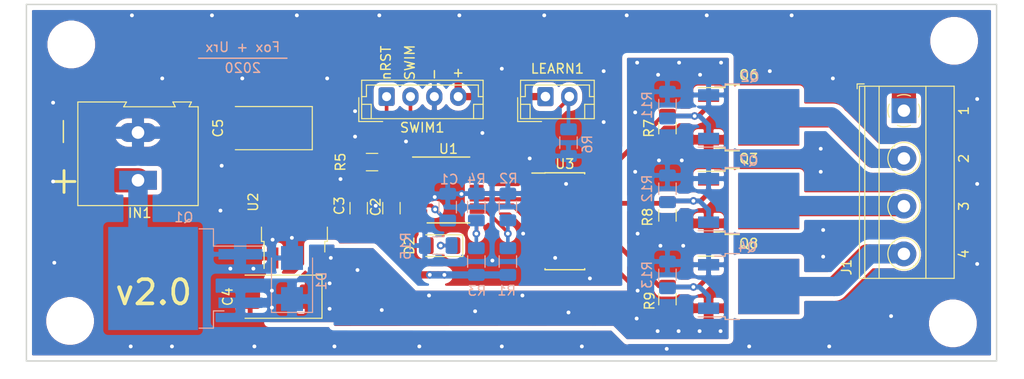
<source format=kicad_pcb>
(kicad_pcb (version 20171130) (host pcbnew "(5.1.4-0)")
  (layers (0 F.Cu signal) (31 B.Cu signal) (34 B.Paste user) (35 F.Paste user) (36 B.SilkS user) (37 F.SilkS user) (38 B.Mask user) (39 F.Mask user) (44 Edge.Cuts user))
  (net 0 "")
  (net 1 +12V)
  (net 2 lamp2_out)
  (net 3 lamp3_out)
  (net 4 lamp4_out)
  (net 5 GND)
  (net 6 CNT2)
  (net 7 +3V3)
  (net 8 NRST)
  (net 9 LEARN)
  (net 10 lamp2_ctrl)
  (net 11 lamp3_ctrl)
  (net 12 lamp4_ctrl)
  (net 13 CNT1)
  (net 14 "Net-(U1-Pad1)")
  (net 15 "Net-(U1-Pad2)")
  (net 16 "Net-(U1-Pad3)")
  (net 17 "Net-(U1-Pad5)")
  (net 18 "Net-(U1-Pad6)")
  (net 19 "Net-(C1-Pad2)")
  (net 20 L2_STM_OUT)
  (net 21 L3_STM_OUT)
  (net 22 L4_STM_OUT)
  (net 23 "Net-(U1-Pad17)")
  (net 24 SWIM)
  (net 25 "Net-(U1-Pad19)")
  (net 26 "Net-(U3-Pad10)")
  (net 27 "Net-(D2-Pad1)")
  (net 28 "Net-(D2-Pad2)")
  (net 29 "Net-(U1-Pad16)")
  (net 30 +BATT)
  (module MountingHole:MountingHole_4mm (layer F.Cu) (at 178.689 17.78)
    (fp_text reference REF** hide)
    (fp_text value MountingHole_4mm)
    (pad 1 np_thru_hole circle (at 0 0) (size 4 4) (drill 4) (layers *.Cu *.Mask))
  )
  (module MountingHole:MountingHole_4mm (layer F.Cu) (at 178.562 46.736)
    (fp_text reference REF** hide)
    (fp_text value MountingHole_4mm)
    (pad 1 np_thru_hole circle (at 0 0) (size 4 4) (drill 4) (layers *.Cu *.Mask))
  )
  (module MountingHole:MountingHole_4mm (layer F.Cu) (at 271.145 17.399)
    (fp_text reference REF** hide)
    (fp_text value MountingHole_4mm)
    (pad 1 np_thru_hole circle (at 0 0) (size 4 4) (drill 4) (layers *.Cu *.Mask))
  )
  (module MountingHole:MountingHole_4mm (layer F.Cu) (at 271.018 46.99)
    (fp_text reference REF** hide)
    (fp_text value MountingHole_4mm)
    (pad 1 np_thru_hole circle (at 0 0) (size 4 4) (drill 4) (layers *.Cu *.Mask))
  )
  (module TerminalBlock_Phoenix:TerminalBlock_Phoenix_MKDS-1,5-4_1x04_P5.00mm_Horizontal (layer F.Cu) (at 265.8872 24.7142 270)
    (fp_text reference J1 (at 16.3958 6.0072 270) (layer F.SilkS))
    (fp_text value Screw_Terminal_01x04)
    (pad 1 thru_hole rect (at 0 0 270) (size 2.6 2.6) (drill 1.3) (layers *.Cu *.Mask) (net 30 +BATT))
    (pad 2 thru_hole circle (at 5 0 270) (size 2.6 2.6) (drill 1.3) (layers *.Cu *.Mask) (net 2 lamp2_out))
    (pad 3 thru_hole circle (at 10 0 270) (size 2.6 2.6) (drill 1.3) (layers *.Cu *.Mask) (net 3 lamp3_out))
    (pad 4 thru_hole circle (at 15 0 270) (size 2.6 2.6) (drill 1.3) (layers *.Cu *.Mask) (net 4 lamp4_out))
  )
  (module Package_TO_SOT_SMD:TO-252-2 (layer B.Cu) (at 249.6312 25.3492)
    (fp_text reference Q2 (at 0.1188 -4.1692) (layer B.SilkS) (effects (justify mirror)))
    (fp_text value IRFR5505TRLPBF)
    (pad 1 smd rect (at -4.2 2.28) (size 2.2 1.2) (layers B.Cu B.Paste B.Mask) (net 10 lamp2_ctrl))
    (pad 3 smd rect (at -4.2 -2.28) (size 2.2 1.2) (layers B.Cu B.Paste B.Mask) (net 1 +12V))
    (pad 2 smd rect (at 2.1 0) (size 6.4 5.8) (layers B.Cu B.Mask) (net 2 lamp2_out))
  )
  (module LED_SMD:LED_1206_3216Metric (layer F.Cu) (at 217.41 38.85 180)
    (fp_text reference D2 (at 3.302 0 270) (layer F.SilkS))
    (fp_text value LED)
    (pad 1 smd roundrect (at -1.4 0 180) (size 1.25 1.75) (layers F.Cu F.Paste F.Mask) (roundrect_rratio 0.2) (net 27 "Net-(D2-Pad1)"))
    (pad 2 smd roundrect (at 1.4 0 180) (size 1.25 1.75) (layers F.Cu F.Paste F.Mask) (roundrect_rratio 0.2) (net 28 "Net-(D2-Pad2)"))
  )
  (module Resistor_SMD:R_1206_3216Metric (layer B.Cu) (at 217.115 38.839 180)
    (fp_text reference R15 (at 3.3994 -0.0484 90) (layer B.SilkS) (effects (justify mirror)))
    (fp_text value 68)
    (pad 1 smd roundrect (at -1.4 0 180) (size 1.25 1.75) (layers B.Cu B.Paste B.Mask) (roundrect_rratio 0.2) (net 27 "Net-(D2-Pad1)"))
    (pad 2 smd roundrect (at 1.4 0 180) (size 1.25 1.75) (layers B.Cu B.Paste B.Mask) (roundrect_rratio 0.2) (net 5 GND))
  )
  (module Package_TO_SOT_SMD:TO-263-2 (layer B.Cu) (at 190.627 42.291 180)
    (fp_text reference Q1 (at 0.157 6.401 180) (layer B.SilkS) (effects (justify mirror)))
    (fp_text value IRF4905)
    (pad 2 smd rect (at 3.375 0 180) (size 9.4 10.8) (layers B.Cu B.Mask) (net 30 +BATT))
    (pad 3 smd rect (at -5.775 -2.54 180) (size 4.6 1.1) (layers B.Cu B.Paste B.Mask) (net 1 +12V))
    (pad 1 smd rect (at -5.775 2.54 180) (size 4.6 1.1) (layers B.Cu B.Paste B.Mask) (net 5 GND))
  )
  (module Package_TO_SOT_SMD:TO-252-2 (layer F.Cu) (at 249.6312 25.4762)
    (fp_text reference Q6 (at 0 -4.5) (layer F.SilkS))
    (fp_text value 5505)
    (pad 1 smd rect (at -4.2 -2.28) (size 2.2 1.2) (layers F.Cu F.Paste F.Mask) (net 10 lamp2_ctrl))
    (pad 3 smd rect (at -4.2 2.28) (size 2.2 1.2) (layers F.Cu F.Paste F.Mask) (net 1 +12V))
    (pad 2 smd rect (at 2.1 0) (size 6.4 5.8) (layers F.Cu F.Mask) (net 2 lamp2_out))
  )
  (module Package_TO_SOT_SMD:TO-252-2 (layer F.Cu) (at 249.6312 43.1292)
    (fp_text reference Q8 (at 0 -4.5) (layer F.SilkS))
    (fp_text value 5505)
    (pad 2 smd rect (at 2.1 0) (size 6.4 5.8) (layers F.Cu F.Mask) (net 4 lamp4_out))
    (pad 3 smd rect (at -4.2 2.28) (size 2.2 1.2) (layers F.Cu F.Paste F.Mask) (net 1 +12V))
    (pad 1 smd rect (at -4.2 -2.28) (size 2.2 1.2) (layers F.Cu F.Paste F.Mask) (net 12 lamp4_ctrl))
  )
  (module Package_TO_SOT_SMD:TO-252-2 (layer B.Cu) (at 249.6312 34.1122)
    (fp_text reference Q7 (at 0.0088 -4.1522) (layer B.SilkS) (effects (justify mirror)))
    (fp_text value 5505)
    (pad 1 smd rect (at -4.2 2.28) (size 2.2 1.2) (layers B.Cu B.Paste B.Mask) (net 11 lamp3_ctrl))
    (pad 3 smd rect (at -4.2 -2.28) (size 2.2 1.2) (layers B.Cu B.Paste B.Mask) (net 1 +12V))
    (pad 2 smd rect (at 2.1 0) (size 6.4 5.8) (layers B.Cu B.Mask) (net 3 lamp3_out))
  )
  (module Package_TO_SOT_SMD:TO-252-2 (layer B.Cu) (at 249.6312 43.1292)
    (fp_text reference Q4 (at -0.1412 -4.1292) (layer B.SilkS) (effects (justify mirror)))
    (fp_text value 5505)
    (pad 1 smd rect (at -4.2 2.28) (size 2.2 1.2) (layers B.Cu B.Paste B.Mask) (net 12 lamp4_ctrl))
    (pad 3 smd rect (at -4.2 -2.28) (size 2.2 1.2) (layers B.Cu B.Paste B.Mask) (net 1 +12V))
    (pad 2 smd rect (at 2.1 0) (size 6.4 5.8) (layers B.Cu B.Mask) (net 4 lamp4_out))
  )
  (module Package_TO_SOT_SMD:TO-252-2 (layer F.Cu) (at 249.6312 34.2392)
    (fp_text reference Q3 (at 0 -4.5) (layer F.SilkS))
    (fp_text value 5505)
    (pad 2 smd rect (at 2.1 0) (size 6.4 5.8) (layers F.Cu F.Mask) (net 3 lamp3_out))
    (pad 3 smd rect (at -4.2 2.28) (size 2.2 1.2) (layers F.Cu F.Paste F.Mask) (net 1 +12V))
    (pad 1 smd rect (at -4.2 -2.28) (size 2.2 1.2) (layers F.Cu F.Paste F.Mask) (net 11 lamp3_ctrl))
  )
  (module Capacitor_SMD:C_1206_3216Metric (layer B.Cu) (at 218.11 34.82 270)
    (fp_text reference C1 (at -2.9 -0.15) (layer B.SilkS) (effects (justify mirror)))
    (fp_text value 1uF)
    (pad 1 smd roundrect (at -1.4 0 270) (size 1.25 1.75) (layers B.Cu B.Paste B.Mask) (roundrect_rratio 0.2) (net 5 GND))
    (pad 2 smd roundrect (at 1.4 0 270) (size 1.25 1.75) (layers B.Cu B.Paste B.Mask) (roundrect_rratio 0.2) (net 19 "Net-(C1-Pad2)"))
  )
  (module Capacitor_SMD:C_1206_3216Metric (layer F.Cu) (at 212.217 34.925 270)
    (fp_text reference C2 (at -0.127 1.651 90) (layer F.SilkS))
    (fp_text value 0.1uF)
    (pad 2 smd roundrect (at 1.4 0 270) (size 1.25 1.75) (layers F.Cu F.Paste F.Mask) (roundrect_rratio 0.2) (net 7 +3V3))
    (pad 1 smd roundrect (at -1.4 0 270) (size 1.25 1.75) (layers F.Cu F.Paste F.Mask) (roundrect_rratio 0.2) (net 5 GND))
  )
  (module Capacitor_SMD:C_1206_3216Metric (layer F.Cu) (at 208.788 34.925 270)
    (fp_text reference C3 (at -0.254 2.032 90) (layer F.SilkS))
    (fp_text value 1uF)
    (pad 1 smd roundrect (at -1.4 0 270) (size 1.25 1.75) (layers F.Cu F.Paste F.Mask) (roundrect_rratio 0.2) (net 5 GND))
    (pad 2 smd roundrect (at 1.4 0 270) (size 1.25 1.75) (layers F.Cu F.Paste F.Mask) (roundrect_rratio 0.2) (net 7 +3V3))
  )
  (module Capacitor_Tantalum_SMD:CP_EIA-7343-15_Kemet-W (layer F.Cu) (at 200.533 44.196 180)
    (fp_text reference C4 (at 5.461 0 270) (layer F.SilkS))
    (fp_text value 1uF)
    (pad 1 smd roundrect (at -3.1125 0 180) (size 2.075 2.55) (layers F.Cu F.Paste F.Mask) (roundrect_rratio 0.120482) (net 1 +12V))
    (pad 2 smd roundrect (at 3.1125 0 180) (size 2.075 2.55) (layers F.Cu F.Paste F.Mask) (roundrect_rratio 0.120482) (net 5 GND))
  )
  (module Capacitor_Tantalum_SMD:CP_EIA-7343-15_Kemet-W (layer F.Cu) (at 199.517 26.543 180)
    (fp_text reference C5 (at 5.461 0 90) (layer F.SilkS))
    (fp_text value 10uF)
    (pad 2 smd roundrect (at 3.1125 0 180) (size 2.075 2.55) (layers F.Cu F.Paste F.Mask) (roundrect_rratio 0.120482) (net 5 GND))
    (pad 1 smd roundrect (at -3.1125 0 180) (size 2.075 2.55) (layers F.Cu F.Paste F.Mask) (roundrect_rratio 0.120482) (net 7 +3V3))
  )
  (module Connector_JST:JST_EH_B02B-EH-A_1x02_P2.50mm_Vertical (layer F.Cu) (at 228.346 23.241)
    (fp_text reference LEARN1 (at 1.25 -2.921) (layer F.SilkS))
    (fp_text value Conn_01x02_Male)
    (pad 1 thru_hole roundrect (at 0 0) (size 1.7 2) (drill 1) (layers *.Cu *.Mask) (roundrect_rratio 0.147059) (net 7 +3V3))
    (pad 2 thru_hole oval (at 2.5 0) (size 1.7 2) (drill 1) (layers *.Cu *.Mask) (net 9 LEARN))
  )
  (module Connector_JST:JST_EH_B04B-EH-A_1x04_P2.50mm_Vertical (layer F.Cu) (at 211.709 23.241)
    (fp_text reference SWIM1 (at 3.7338 3.2512) (layer F.SilkS))
    (fp_text value Conn_01x04_Male)
    (pad 1 thru_hole roundrect (at 0 0) (size 1.7 1.95) (drill 0.95) (layers *.Cu *.Mask) (roundrect_rratio 0.147059) (net 8 NRST))
    (pad 2 thru_hole oval (at 2.5 0) (size 1.7 1.95) (drill 0.95) (layers *.Cu *.Mask) (net 24 SWIM))
    (pad 3 thru_hole oval (at 5 0) (size 1.7 1.95) (drill 0.95) (layers *.Cu *.Mask) (net 5 GND))
    (pad 4 thru_hole oval (at 7.5 0) (size 1.7 1.95) (drill 0.95) (layers *.Cu *.Mask) (net 7 +3V3))
  )
  (module Diode_SMD:D_SMB (layer B.Cu) (at 201.803 42.291 90)
    (fp_text reference D1 (at -0.259 3.087 270) (layer B.SilkS) (effects (justify mirror)))
    (fp_text value SMBJ15A)
    (pad 1 smd rect (at -2.15 0 90) (size 2.5 2.3) (layers B.Cu B.Paste B.Mask) (net 1 +12V))
    (pad 2 smd rect (at 2.15 0 90) (size 2.5 2.3) (layers B.Cu B.Paste B.Mask) (net 5 GND))
  )
  (module Package_SO:SOIC-16_3.9x9.9mm_P1.27mm (layer F.Cu) (at 230.378 36.2966)
    (fp_text reference U3 (at 0 -6) (layer F.SilkS))
    (fp_text value ULN2003A)
    (pad 1 smd rect (at -2.7 -4.445) (size 1.5 0.6) (layers F.Cu F.Paste F.Mask) (net 22 L4_STM_OUT))
    (pad 2 smd rect (at -2.7 -3.175) (size 1.5 0.6) (layers F.Cu F.Paste F.Mask) (net 22 L4_STM_OUT))
    (pad 3 smd rect (at -2.7 -1.905) (size 1.5 0.6) (layers F.Cu F.Paste F.Mask) (net 21 L3_STM_OUT))
    (pad 4 smd rect (at -2.7 -0.635) (size 1.5 0.6) (layers F.Cu F.Paste F.Mask) (net 21 L3_STM_OUT))
    (pad 5 smd rect (at -2.7 0.635) (size 1.5 0.6) (layers F.Cu F.Paste F.Mask) (net 20 L2_STM_OUT))
    (pad 6 smd rect (at -2.7 1.905) (size 1.5 0.6) (layers F.Cu F.Paste F.Mask) (net 20 L2_STM_OUT))
    (pad 7 smd rect (at -2.7 3.175) (size 1.5 0.6) (layers F.Cu F.Paste F.Mask) (net 5 GND))
    (pad 8 smd rect (at -2.7 4.445) (size 1.5 0.6) (layers F.Cu F.Paste F.Mask) (net 5 GND))
    (pad 9 smd rect (at 2.7 4.445) (size 1.5 0.6) (layers F.Cu F.Paste F.Mask) (net 1 +12V))
    (pad 10 smd rect (at 2.7 3.175) (size 1.5 0.6) (layers F.Cu F.Paste F.Mask) (net 26 "Net-(U3-Pad10)"))
    (pad 11 smd rect (at 2.7 1.905) (size 1.5 0.6) (layers F.Cu F.Paste F.Mask) (net 12 lamp4_ctrl))
    (pad 12 smd rect (at 2.7 0.635) (size 1.5 0.6) (layers F.Cu F.Paste F.Mask) (net 12 lamp4_ctrl))
    (pad 13 smd rect (at 2.7 -0.635) (size 1.5 0.6) (layers F.Cu F.Paste F.Mask) (net 11 lamp3_ctrl))
    (pad 14 smd rect (at 2.7 -1.905) (size 1.5 0.6) (layers F.Cu F.Paste F.Mask) (net 11 lamp3_ctrl))
    (pad 15 smd rect (at 2.7 -3.175) (size 1.5 0.6) (layers F.Cu F.Paste F.Mask) (net 10 lamp2_ctrl))
    (pad 16 smd rect (at 2.7 -4.445) (size 1.5 0.6) (layers F.Cu F.Paste F.Mask) (net 10 lamp2_ctrl))
  )
  (module Package_SO:TSSOP-20_4.4x6.5mm_P0.65mm (layer F.Cu) (at 218.186 33.02)
    (fp_text reference U1 (at 0 -4.3) (layer F.SilkS))
    (fp_text value STM8S003F3P)
    (pad 1 smd rect (at -2.95 -2.925) (size 1.45 0.45) (layers F.Cu F.Paste F.Mask) (net 14 "Net-(U1-Pad1)"))
    (pad 2 smd rect (at -2.95 -2.275) (size 1.45 0.45) (layers F.Cu F.Paste F.Mask) (net 15 "Net-(U1-Pad2)"))
    (pad 3 smd rect (at -2.95 -1.625) (size 1.45 0.45) (layers F.Cu F.Paste F.Mask) (net 16 "Net-(U1-Pad3)"))
    (pad 4 smd rect (at -2.95 -0.975) (size 1.45 0.45) (layers F.Cu F.Paste F.Mask) (net 8 NRST))
    (pad 5 smd rect (at -2.95 -0.325) (size 1.45 0.45) (layers F.Cu F.Paste F.Mask) (net 17 "Net-(U1-Pad5)"))
    (pad 6 smd rect (at -2.95 0.325) (size 1.45 0.45) (layers F.Cu F.Paste F.Mask) (net 18 "Net-(U1-Pad6)"))
    (pad 7 smd rect (at -2.95 0.975) (size 1.45 0.45) (layers F.Cu F.Paste F.Mask) (net 5 GND))
    (pad 8 smd rect (at -2.95 1.625) (size 1.45 0.45) (layers F.Cu F.Paste F.Mask) (net 19 "Net-(C1-Pad2)"))
    (pad 9 smd rect (at -2.95 2.275) (size 1.45 0.45) (layers F.Cu F.Paste F.Mask) (net 7 +3V3))
    (pad 10 smd rect (at -2.95 2.925) (size 1.45 0.45) (layers F.Cu F.Paste F.Mask) (net 28 "Net-(D2-Pad2)"))
    (pad 11 smd rect (at 2.95 2.925) (size 1.45 0.45) (layers F.Cu F.Paste F.Mask) (net 6 CNT2))
    (pad 12 smd rect (at 2.95 2.275) (size 1.45 0.45) (layers F.Cu F.Paste F.Mask) (net 13 CNT1))
    (pad 13 smd rect (at 2.95 1.625) (size 1.45 0.45) (layers F.Cu F.Paste F.Mask) (net 20 L2_STM_OUT))
    (pad 14 smd rect (at 2.95 0.975) (size 1.45 0.45) (layers F.Cu F.Paste F.Mask) (net 21 L3_STM_OUT))
    (pad 15 smd rect (at 2.95 0.325) (size 1.45 0.45) (layers F.Cu F.Paste F.Mask) (net 22 L4_STM_OUT))
    (pad 16 smd rect (at 2.95 -0.325) (size 1.45 0.45) (layers F.Cu F.Paste F.Mask) (net 29 "Net-(U1-Pad16)"))
    (pad 17 smd rect (at 2.95 -0.975) (size 1.45 0.45) (layers F.Cu F.Paste F.Mask) (net 23 "Net-(U1-Pad17)"))
    (pad 18 smd rect (at 2.95 -1.625) (size 1.45 0.45) (layers F.Cu F.Paste F.Mask) (net 24 SWIM))
    (pad 19 smd rect (at 2.95 -2.275) (size 1.45 0.45) (layers F.Cu F.Paste F.Mask) (net 25 "Net-(U1-Pad19)"))
    (pad 20 smd rect (at 2.95 -2.925) (size 1.45 0.45) (layers F.Cu F.Paste F.Mask) (net 9 LEARN))
  )
  (module Package_TO_SOT_SMD:TO-252-2 (layer F.Cu) (at 202.057 35.941 90)
    (fp_text reference U2 (at 1.651 -4.318 90) (layer F.SilkS))
    (fp_text value LM1117-3.3)
    (pad 1 smd rect (at -4.2 -2.28 90) (size 2.2 1.2) (layers F.Cu F.Paste F.Mask) (net 5 GND))
    (pad 3 smd rect (at -4.2 2.28 90) (size 2.2 1.2) (layers F.Cu F.Paste F.Mask) (net 1 +12V))
    (pad 2 smd rect (at 2.1 0 90) (size 6.4 5.8) (layers F.Cu F.Mask) (net 7 +3V3))
  )
  (module Resistor_SMD:R_1206_3216Metric (layer B.Cu) (at 224.409 34.798 270)
    (fp_text reference R2 (at -2.968 -0.051) (layer B.SilkS) (effects (justify mirror)))
    (fp_text value 1K)
    (pad 2 smd roundrect (at 1.4 0 270) (size 1.25 1.75) (layers B.Cu B.Paste B.Mask) (roundrect_rratio 0.2) (net 13 CNT1))
    (pad 1 smd roundrect (at -1.4 0 270) (size 1.25 1.75) (layers B.Cu B.Paste B.Mask) (roundrect_rratio 0.2) (net 5 GND))
  )
  (module Resistor_SMD:R_1206_3216Metric (layer B.Cu) (at 241.1222 41.91 90)
    (fp_text reference R13 (at 0 -2.1336 90) (layer B.SilkS) (effects (justify mirror)))
    (fp_text value 1K)
    (pad 2 smd roundrect (at 1.4 0 90) (size 1.25 1.75) (layers B.Cu B.Paste B.Mask) (roundrect_rratio 0.2) (net 1 +12V))
    (pad 1 smd roundrect (at -1.4 0 90) (size 1.25 1.75) (layers B.Cu B.Paste B.Mask) (roundrect_rratio 0.2) (net 12 lamp4_ctrl))
  )
  (module Resistor_SMD:R_1206_3216Metric (layer B.Cu) (at 241.1222 32.893 90)
    (fp_text reference R12 (at 0.0254 -2.1336 90) (layer B.SilkS) (effects (justify mirror)))
    (fp_text value 1K)
    (pad 1 smd roundrect (at -1.4 0 90) (size 1.25 1.75) (layers B.Cu B.Paste B.Mask) (roundrect_rratio 0.2) (net 11 lamp3_ctrl))
    (pad 2 smd roundrect (at 1.4 0 90) (size 1.25 1.75) (layers B.Cu B.Paste B.Mask) (roundrect_rratio 0.2) (net 1 +12V))
  )
  (module Resistor_SMD:R_1206_3216Metric (layer B.Cu) (at 241.1222 24.13 90)
    (fp_text reference R11 (at 0 -2.1336 90) (layer B.SilkS) (effects (justify mirror)))
    (fp_text value 1K)
    (pad 2 smd roundrect (at 1.4 0 90) (size 1.25 1.75) (layers B.Cu B.Paste B.Mask) (roundrect_rratio 0.2) (net 1 +12V))
    (pad 1 smd roundrect (at -1.4 0 90) (size 1.25 1.75) (layers B.Cu B.Paste B.Mask) (roundrect_rratio 0.2) (net 10 lamp2_ctrl))
  )
  (module Resistor_SMD:R_1206_3216Metric (layer B.Cu) (at 224.409 40.513 270)
    (fp_text reference R1 (at 3.048 0.127) (layer B.SilkS) (effects (justify mirror)))
    (fp_text value 1K)
    (pad 1 smd roundrect (at -1.4 0 270) (size 1.25 1.75) (layers B.Cu B.Paste B.Mask) (roundrect_rratio 0.2) (net 13 CNT1))
    (pad 2 smd roundrect (at 1.4 0 270) (size 1.25 1.75) (layers B.Cu B.Paste B.Mask) (roundrect_rratio 0.2) (net 7 +3V3))
  )
  (module Resistor_SMD:R_1206_3216Metric (layer F.Cu) (at 241.1222 44.45 270)
    (fp_text reference R9 (at 0.19 1.8722 270) (layer F.SilkS))
    (fp_text value 1K)
    (pad 1 smd roundrect (at -1.4 0 270) (size 1.25 1.75) (layers F.Cu F.Paste F.Mask) (roundrect_rratio 0.2) (net 12 lamp4_ctrl))
    (pad 2 smd roundrect (at 1.4 0 270) (size 1.25 1.75) (layers F.Cu F.Paste F.Mask) (roundrect_rratio 0.2) (net 1 +12V))
  )
  (module Resistor_SMD:R_1206_3216Metric (layer F.Cu) (at 241.1222 35.687 270)
    (fp_text reference R8 (at 0.173 2.0822 270) (layer F.SilkS))
    (fp_text value 1K)
    (pad 2 smd roundrect (at 1.4 0 270) (size 1.25 1.75) (layers F.Cu F.Paste F.Mask) (roundrect_rratio 0.2) (net 1 +12V))
    (pad 1 smd roundrect (at -1.4 0 270) (size 1.25 1.75) (layers F.Cu F.Paste F.Mask) (roundrect_rratio 0.2) (net 11 lamp3_ctrl))
  )
  (module Resistor_SMD:R_1206_3216Metric (layer F.Cu) (at 241.1222 26.543 270)
    (fp_text reference R7 (at 0.017 1.9322 270) (layer F.SilkS))
    (fp_text value 1K)
    (pad 1 smd roundrect (at -1.4 0 270) (size 1.25 1.75) (layers F.Cu F.Paste F.Mask) (roundrect_rratio 0.2) (net 10 lamp2_ctrl))
    (pad 2 smd roundrect (at 1.4 0 270) (size 1.25 1.75) (layers F.Cu F.Paste F.Mask) (roundrect_rratio 0.2) (net 1 +12V))
  )
  (module Resistor_SMD:R_1206_3216Metric (layer B.Cu) (at 230.759 28.064 90)
    (fp_text reference R6 (at -0.166 1.971 270) (layer B.SilkS) (effects (justify mirror)))
    (fp_text value 1K)
    (pad 2 smd roundrect (at 1.4 0 90) (size 1.25 1.75) (layers B.Cu B.Paste B.Mask) (roundrect_rratio 0.2) (net 9 LEARN))
    (pad 1 smd roundrect (at -1.4 0 90) (size 1.25 1.75) (layers B.Cu B.Paste B.Mask) (roundrect_rratio 0.2) (net 5 GND))
  )
  (module Resistor_SMD:R_1206_3216Metric (layer F.Cu) (at 210.185 30.099 180)
    (fp_text reference R5 (at 3.302 0 90) (layer F.SilkS))
    (fp_text value 1K)
    (pad 1 smd roundrect (at -1.4 0 180) (size 1.25 1.75) (layers F.Cu F.Paste F.Mask) (roundrect_rratio 0.2) (net 8 NRST))
    (pad 2 smd roundrect (at 1.4 0 180) (size 1.25 1.75) (layers F.Cu F.Paste F.Mask) (roundrect_rratio 0.2) (net 7 +3V3))
  )
  (module Resistor_SMD:R_1206_3216Metric (layer B.Cu) (at 221.107 34.798 270)
    (fp_text reference R4 (at -2.928 -0.013) (layer B.SilkS) (effects (justify mirror)))
    (fp_text value 1K)
    (pad 2 smd roundrect (at 1.4 0 270) (size 1.25 1.75) (layers B.Cu B.Paste B.Mask) (roundrect_rratio 0.2) (net 6 CNT2))
    (pad 1 smd roundrect (at -1.4 0 270) (size 1.25 1.75) (layers B.Cu B.Paste B.Mask) (roundrect_rratio 0.2) (net 5 GND))
  )
  (module Resistor_SMD:R_1206_3216Metric (layer B.Cu) (at 221.107 40.513 270)
    (fp_text reference R3 (at 3.067 -0.063 180) (layer B.SilkS) (effects (justify mirror)))
    (fp_text value 1K)
    (pad 1 smd roundrect (at -1.4 0 270) (size 1.25 1.75) (layers B.Cu B.Paste B.Mask) (roundrect_rratio 0.2) (net 6 CNT2))
    (pad 2 smd roundrect (at 1.4 0 270) (size 1.25 1.75) (layers B.Cu B.Paste B.Mask) (roundrect_rratio 0.2) (net 7 +3V3))
  )
  (module TerminalBlock:TerminalBlock_Altech_AK300-2_P5.00mm (layer F.Cu) (at 185.674 32.004 90)
    (fp_text reference IN1 (at -3.429 0.1778 180) (layer F.SilkS))
    (fp_text value Screw_Terminal_01x02)
    (pad 1 thru_hole rect (at 0 0 90) (size 1.98 3.96) (drill 1.32) (layers *.Cu *.Mask) (net 30 +BATT))
    (pad 2 thru_hole oval (at 5 0 90) (size 1.98 3.96) (drill 1.32) (layers *.Cu *.Mask) (net 5 GND))
  )
  (gr_text 2020 (at 196.6468 20.2438) (layer B.SilkS) (effects (font (size 1 1)) (justify mirror)))
  (gr_line (start 192.024 19.2191) (end 201.2696 19.2191) (layer B.SilkS) (width 0.15))
  (gr_text "Fox + Urx" (at 196.6468 18.0594) (layer B.SilkS) (effects (font (size 1 1)) (justify mirror)))
  (gr_text nRST (at 211.6415 19.7104 90) (layer F.SilkS) (effects (font (size 1 1))))
  (gr_text SWIM (at 214.1415 19.662781 90) (layer F.SilkS) (effects (font (size 1 1))))
  (gr_text - (at 216.6415 20.900877 90) (layer F.SilkS) (effects (font (size 1 1))))
  (gr_text + (at 219.209 20.702424) (layer F.SilkS) (effects (font (size 1 1))))
  (gr_text 4 (at 272.161 39.714201 90) (layer F.SilkS) (effects (font (size 1 1))))
  (gr_text 3 (at 272.161 34.714201 90) (layer F.SilkS) (effects (font (size 1 1))))
  (gr_text 2 (at 272.161 29.714201 90) (layer F.SilkS) (effects (font (size 1 1))))
  (gr_text 1 (at 272.161 24.714201 90) (layer F.SilkS) (effects (font (size 1 1))))
  (gr_text - (at 177.6222 26.8986 90) (layer F.SilkS) (effects (font (size 3 3))))
  (gr_text + (at 177.927 31.9024) (layer F.SilkS) (effects (font (size 3 3) (thickness 0.3)) (justify mirror)))
  (gr_text "v2.0\n" (at 187.31 43.74) (layer F.SilkS) (effects (font (size 2.54 2.54) (thickness 0.381))))
  (gr_line (start 275.59 50.927) (end 173.99 50.927) (layer Edge.Cuts) (width 0.15))
  (gr_line (start 173.99 13.589) (end 173.99 50.927) (layer Edge.Cuts) (width 0.15))
  (gr_line (start 275.59 13.589) (end 173.99 13.589) (layer Edge.Cuts) (width 0.15))
  (gr_line (start 275.59 13.589) (end 275.59 50.927) (layer Edge.Cuts) (width 0.15))
  (via (at 230.759 45.847) (size 0.8) (drill 0.4) (layers F.Cu B.Cu) (net 1))
  (via (at 220.98 45.72) (size 0.8) (drill 0.4) (layers F.Cu B.Cu) (net 1))
  (via (at 225.933 44.069) (size 0.8) (drill 0.4) (layers F.Cu B.Cu) (net 1))
  (via (at 237.998 43.561) (size 0.8) (drill 0.4) (layers F.Cu B.Cu) (net 1))
  (segment (start 245.4222 23.0602) (end 245.4312 23.0692) (width 0.5) (layer B.Cu) (net 1))
  (segment (start 241.1222 23.0602) (end 245.4222 23.0602) (width 0.5) (layer B.Cu) (net 1))
  (segment (start 245.4222 31.8232) (end 245.4312 31.8322) (width 0.5) (layer B.Cu) (net 1))
  (segment (start 241.1222 31.8232) (end 245.4222 31.8232) (width 0.5) (layer B.Cu) (net 1))
  (segment (start 245.4222 40.8402) (end 245.4312 40.8492) (width 0.5) (layer B.Cu) (net 1))
  (segment (start 241.1222 40.8402) (end 245.4222 40.8402) (width 0.5) (layer B.Cu) (net 1))
  (via (at 237.9472 19.685) (size 0.8) (drill 0.4) (layers F.Cu B.Cu) (net 1))
  (via (at 240.1443 20.955) (size 0.8) (drill 0.4) (layers F.Cu B.Cu) (net 1))
  (via (at 242.3414 19.685) (size 0.8) (drill 0.4) (layers F.Cu B.Cu) (net 1))
  (via (at 244.5385 20.955) (size 0.8) (drill 0.4) (layers F.Cu B.Cu) (net 1))
  (via (at 246.7356 19.685) (size 0.8) (drill 0.4) (layers F.Cu B.Cu) (net 1))
  (via (at 237.744 31.115) (size 0.8) (drill 0.4) (layers F.Cu B.Cu) (net 1))
  (via (at 240.2332 29.9212) (size 0.8) (drill 0.4) (layers F.Cu B.Cu) (net 1))
  (via (at 242.6208 29.9212) (size 0.8) (drill 0.4) (layers F.Cu B.Cu) (net 1))
  (via (at 240.3856 38.862) (size 0.8) (drill 0.4) (layers F.Cu B.Cu) (net 1))
  (via (at 237.998 37.592) (size 0.8) (drill 0.4) (layers F.Cu B.Cu) (net 1))
  (via (at 242.7732 38.862) (size 0.8) (drill 0.4) (layers F.Cu B.Cu) (net 1))
  (via (at 242.2906 47.8028) (size 0.8) (drill 0.4) (layers F.Cu B.Cu) (net 1))
  (via (at 244.4877 47.8028) (size 0.8) (drill 0.4) (layers F.Cu B.Cu) (net 1))
  (via (at 240.0935 47.8028) (size 0.8) (drill 0.4) (layers F.Cu B.Cu) (net 1))
  (via (at 246.6848 47.8028) (size 0.8) (drill 0.4) (layers F.Cu B.Cu) (net 1))
  (via (at 237.8964 46.482) (size 0.8) (drill 0.4) (layers F.Cu B.Cu) (net 1))
  (via (at 205.867 40.132) (size 0.8) (drill 0.4) (layers F.Cu B.Cu) (net 1))
  (via (at 199.698 43.561) (size 0.8) (drill 0.4) (layers F.Cu B.Cu) (net 1))
  (via (at 199.698 45.339) (size 0.8) (drill 0.4) (layers F.Cu B.Cu) (net 1))
  (via (at 205.74 45.466) (size 0.8) (drill 0.4) (layers F.Cu B.Cu) (net 1))
  (via (at 205.74 42.799) (size 0.8) (drill 0.4) (layers F.Cu B.Cu) (net 1))
  (segment (start 235.1786 40.7416) (end 237.998 43.561) (width 0.4572) (layer F.Cu) (net 1))
  (segment (start 233.078 40.7416) (end 235.1786 40.7416) (width 0.4572) (layer F.Cu) (net 1))
  (via (at 211.201 45.593) (size 0.8) (drill 0.4) (layers F.Cu B.Cu) (net 1))
  (via (at 216.154 44.069) (size 0.8) (drill 0.4) (layers F.Cu B.Cu) (net 1))
  (via (at 208.661 41.402) (size 0.8) (drill 0.4) (layers F.Cu B.Cu) (net 1))
  (via (at 237.744 24.892) (size 0.8) (drill 0.4) (layers F.Cu B.Cu) (net 1))
  (segment (start 262.6576 29.7142) (end 265.8872 29.7142) (width 2) (layer F.Cu) (net 2))
  (segment (start 258.9276 25.9842) (end 262.6576 29.7142) (width 2) (layer F.Cu) (net 2))
  (segment (start 251.7312 25.4762) (end 258.4196 25.4762) (width 2) (layer F.Cu) (net 2))
  (segment (start 251.7312 25.3492) (end 258.2926 25.3492) (width 2) (layer B.Cu) (net 2))
  (segment (start 262.7084 29.7142) (end 265.8872 29.7142) (width 2) (layer B.Cu) (net 2))
  (segment (start 258.4196 25.4762) (end 258.4704 25.4762) (width 2) (layer B.Cu) (net 2))
  (segment (start 258.4704 25.4762) (end 262.7084 29.7142) (width 2) (layer B.Cu) (net 2))
  (segment (start 265.8542 34.7472) (end 265.8872 34.7142) (width 2) (layer F.Cu) (net 3))
  (segment (start 251.3612 34.7692) (end 265.8652 34.7692) (width 2) (layer F.Cu) (net 3))
  (segment (start 265.7932 34.6202) (end 265.8872 34.7142) (width 2) (layer B.Cu) (net 3))
  (segment (start 251.3612 34.6422) (end 265.8042 34.6422) (width 2) (layer B.Cu) (net 3))
  (segment (start 251.7312 43.1292) (end 258.572 43.1292) (width 2) (layer F.Cu) (net 4))
  (segment (start 251.7312 43.1292) (end 258.7752 43.1292) (width 2) (layer B.Cu) (net 4))
  (segment (start 261.987 39.7142) (end 265.8872 39.7142) (width 2) (layer F.Cu) (net 4))
  (segment (start 258.572 43.1292) (end 261.987 39.7142) (width 2) (layer F.Cu) (net 4))
  (segment (start 262.3172 39.7142) (end 265.8872 39.7142) (width 2) (layer B.Cu) (net 4))
  (segment (start 258.572 43.1292) (end 258.9022 43.1292) (width 2) (layer B.Cu) (net 4))
  (segment (start 258.9022 43.1292) (end 262.3172 39.7142) (width 2) (layer B.Cu) (net 4))
  (via (at 206.248 49.403) (size 0.8) (drill 0.4) (layers F.Cu B.Cu) (net 5))
  (via (at 197.866 49.403) (size 0.8) (drill 0.4) (layers F.Cu B.Cu) (net 5))
  (via (at 215.138 49.403) (size 0.8) (drill 0.4) (layers F.Cu B.Cu) (net 5))
  (via (at 223.774 49.403) (size 0.8) (drill 0.4) (layers F.Cu B.Cu) (net 5))
  (via (at 232.156 49.403) (size 0.8) (drill 0.4) (layers F.Cu B.Cu) (net 5))
  (via (at 241.046 49.657) (size 0.8) (drill 0.4) (layers F.Cu B.Cu) (net 5))
  (via (at 249.682 49.403) (size 0.8) (drill 0.4) (layers F.Cu B.Cu) (net 5))
  (via (at 258.064 49.403) (size 0.8) (drill 0.4) (layers F.Cu B.Cu) (net 5))
  (via (at 273.558 40.767) (size 0.8) (drill 0.4) (layers F.Cu B.Cu) (net 5))
  (via (at 273.558 23.495) (size 0.8) (drill 0.4) (layers F.Cu B.Cu) (net 5))
  (via (at 273.558 32.385) (size 0.8) (drill 0.4) (layers F.Cu B.Cu) (net 5))
  (via (at 185.039 14.732) (size 0.8) (drill 0.4) (layers F.Cu B.Cu) (net 5))
  (via (at 202.311 14.732) (size 0.8) (drill 0.4) (layers F.Cu B.Cu) (net 5))
  (via (at 193.421 14.732) (size 0.8) (drill 0.4) (layers F.Cu B.Cu) (net 5))
  (via (at 210.947 14.732) (size 0.8) (drill 0.4) (layers F.Cu B.Cu) (net 5))
  (via (at 228.219 14.732) (size 0.8) (drill 0.4) (layers F.Cu B.Cu) (net 5))
  (via (at 219.329 14.732) (size 0.8) (drill 0.4) (layers F.Cu B.Cu) (net 5))
  (via (at 236.855 14.732) (size 0.8) (drill 0.4) (layers F.Cu B.Cu) (net 5))
  (via (at 254.127 14.732) (size 0.8) (drill 0.4) (layers F.Cu B.Cu) (net 5))
  (via (at 245.237 14.732) (size 0.8) (drill 0.4) (layers F.Cu B.Cu) (net 5))
  (via (at 188.214 21.336) (size 0.8) (drill 0.4) (layers F.Cu B.Cu) (net 5))
  (via (at 205.486 21.336) (size 0.8) (drill 0.4) (layers F.Cu B.Cu) (net 5))
  (via (at 196.596 21.336) (size 0.8) (drill 0.4) (layers F.Cu B.Cu) (net 5))
  (segment (start 227.678 39.4716) (end 227.678 40.7416) (width 0.4318) (layer F.Cu) (net 5))
  (segment (start 208.788 33.525) (end 212.217 33.525) (width 0.381) (layer F.Cu) (net 5))
  (segment (start 213.23 33.525) (end 212.217 33.525) (width 0.381) (layer F.Cu) (net 5))
  (segment (start 215.236 33.995) (end 213.7 33.995) (width 0.381) (layer F.Cu) (net 5))
  (segment (start 213.7 33.995) (end 213.23 33.525) (width 0.381) (layer F.Cu) (net 5))
  (via (at 195.346 41.258) (size 0.8) (drill 0.4) (layers F.Cu B.Cu) (net 5))
  (via (at 197.759 41.258) (size 0.8) (drill 0.4) (layers F.Cu B.Cu) (net 5))
  (via (at 199.771 38.227) (size 0.8) (drill 0.4) (layers F.Cu B.Cu) (net 5))
  (via (at 201.79 38.03) (size 0.8) (drill 0.4) (layers F.Cu B.Cu) (net 5))
  (via (at 229.362 40.132) (size 0.8) (drill 0.4) (layers F.Cu B.Cu) (net 5))
  (via (at 210.566 34.671) (size 0.8) (drill 0.4) (layers F.Cu B.Cu) (net 5))
  (via (at 184.912 49.403) (size 0.8) (drill 0.4) (layers F.Cu B.Cu) (net 5))
  (via (at 189.23 49.403) (size 0.8) (drill 0.4) (layers F.Cu B.Cu) (net 5))
  (via (at 226.695 29.718) (size 0.8) (drill 0.4) (layers F.Cu B.Cu) (net 5))
  (via (at 221.742 27.051) (size 0.8) (drill 0.4) (layers F.Cu B.Cu) (net 5))
  (via (at 257.175 28.702) (size 0.8) (drill 0.4) (layers F.Cu B.Cu) (net 5))
  (via (at 257.175 31.115) (size 0.8) (drill 0.4) (layers F.Cu B.Cu) (net 5))
  (via (at 257.429 37.211) (size 0.8) (drill 0.4) (layers F.Cu B.Cu) (net 5))
  (via (at 257.429 40.005) (size 0.8) (drill 0.4) (layers F.Cu B.Cu) (net 5))
  (via (at 251.841 20.574) (size 0.8) (drill 0.4) (layers F.Cu B.Cu) (net 5))
  (via (at 258.445 21.336) (size 0.8) (drill 0.4) (layers F.Cu B.Cu) (net 5))
  (via (at 264.541 46.228) (size 0.8) (drill 0.4) (layers F.Cu B.Cu) (net 5))
  (via (at 176.784 23.876) (size 0.8) (drill 0.4) (layers F.Cu B.Cu) (net 5))
  (via (at 176.784 32.131) (size 0.8) (drill 0.4) (layers F.Cu B.Cu) (net 5))
  (via (at 176.911 40.64) (size 0.8) (drill 0.4) (layers F.Cu B.Cu) (net 5))
  (via (at 194.437 30.48) (size 0.8) (drill 0.4) (layers F.Cu B.Cu) (net 5))
  (via (at 194.31 35.179) (size 0.8) (drill 0.4) (layers F.Cu B.Cu) (net 5))
  (via (at 230.505 32.385) (size 0.8) (drill 0.4) (layers F.Cu B.Cu) (net 5))
  (via (at 234.442 25.908) (size 0.8) (drill 0.4) (layers F.Cu B.Cu) (net 5))
  (via (at 234.442 20.574) (size 0.8) (drill 0.4) (layers F.Cu B.Cu) (net 5))
  (via (at 223.774 20.32) (size 0.8) (drill 0.4) (layers F.Cu B.Cu) (net 5))
  (via (at 208.407 24.765) (size 0.8) (drill 0.4) (layers F.Cu B.Cu) (net 5))
  (via (at 208.407 27.432) (size 0.8) (drill 0.4) (layers F.Cu B.Cu) (net 5))
  (via (at 213.741 27.94) (size 0.8) (drill 0.4) (layers F.Cu B.Cu) (net 5))
  (via (at 206.883 31.877) (size 0.8) (drill 0.4) (layers F.Cu B.Cu) (net 5))
  (segment (start 185.674 27.004) (end 188.584 27.004) (width 1.27) (layer B.Cu) (net 5))
  (segment (start 188.584 27.004) (end 188.558 27.03) (width 1.27) (layer B.Cu) (net 5))
  (segment (start 188.558 27.03) (end 183.12 27.03) (width 1.27) (layer B.Cu) (net 5))
  (segment (start 185.674 27.004) (end 185.674 24.964) (width 1.27) (layer B.Cu) (net 5))
  (segment (start 185.674 24.964) (end 185.67 24.968) (width 1.27) (layer B.Cu) (net 5))
  (segment (start 185.674 27.004) (end 185.674 28.906) (width 1.27) (layer B.Cu) (net 5))
  (via (at 219.55 33.44) (size 0.8) (drill 0.4) (layers F.Cu B.Cu) (net 5))
  (segment (start 196.402 39.751) (end 196.402 38.018) (width 1.27) (layer B.Cu) (net 5))
  (segment (start 196.402 38.018) (end 196.36 38.06) (width 1.27) (layer B.Cu) (net 5))
  (segment (start 196.36 38.06) (end 196.36 40.98) (width 1.27) (layer B.Cu) (net 5))
  (segment (start 201.803 38.043) (end 201.79 38.03) (width 1.27) (layer B.Cu) (net 5))
  (segment (start 201.803 40.141) (end 201.803 38.043) (width 1.27) (layer B.Cu) (net 5))
  (via (at 233 42.28) (size 0.8) (drill 0.4) (layers F.Cu B.Cu) (net 5))
  (segment (start 217.77 33.76) (end 218.11 33.42) (width 0.4318) (layer B.Cu) (net 5))
  (segment (start 216.75 33.76) (end 217.77 33.76) (width 0.4318) (layer B.Cu) (net 5))
  (via (at 226.01 37.59) (size 0.8) (drill 0.4) (layers F.Cu B.Cu) (net 5))
  (via (at 222.79 40.41) (size 0.8) (drill 0.4) (layers F.Cu B.Cu) (net 5))
  (segment (start 216.75 33.76) (end 216.75 33.76) (width 0.4318) (layer F.Cu) (net 5))
  (via (at 216.75 33.76) (size 0.8) (drill 0.4) (layers F.Cu B.Cu) (net 5))
  (segment (start 216.515 33.995) (end 216.75 33.76) (width 0.4318) (layer F.Cu) (net 5))
  (segment (start 215.236 33.995) (end 216.515 33.995) (width 0.4318) (layer F.Cu) (net 5))
  (segment (start 221.107 36.198) (end 221.107001 36.923001) (width 0.381) (layer B.Cu) (net 6))
  (segment (start 221.107001 36.923001) (end 221.107001 37.465001) (width 0.381) (layer B.Cu) (net 6))
  (segment (start 221.107 37.592) (end 221.107 37.465) (width 0.381) (layer B.Cu) (net 6))
  (via (at 221.107 37.592) (size 0.8) (drill 0.4) (layers F.Cu B.Cu) (net 6))
  (segment (start 221.136 37.563) (end 221.107 37.592) (width 0.381) (layer F.Cu) (net 6))
  (segment (start 221.136 35.945) (end 221.136 37.563) (width 0.381) (layer F.Cu) (net 6))
  (segment (start 221.107 37.592) (end 221.107 39.113) (width 0.381) (layer B.Cu) (net 6))
  (segment (start 213.247 35.295) (end 215.236 35.295) (width 0.381) (layer F.Cu) (net 7))
  (segment (start 212.217 36.325) (end 213.247 35.295) (width 0.381) (layer F.Cu) (net 7))
  (segment (start 202.6295 33.2685) (end 202.057 33.841) (width 2.032) (layer F.Cu) (net 7))
  (segment (start 202.057 33.541) (end 202.057 33.841) (width 0.508) (layer F.Cu) (net 7))
  (segment (start 202.057 33.841) (end 203.132 33.841) (width 0.762) (layer F.Cu) (net 7))
  (segment (start 204.541 36.325) (end 202.057 33.841) (width 0.762) (layer F.Cu) (net 7))
  (segment (start 212.217 36.325) (end 204.541 36.325) (width 0.762) (layer F.Cu) (net 7))
  (segment (start 205.799 30.099) (end 202.057 33.841) (width 0.762) (layer F.Cu) (net 7))
  (segment (start 208.785 30.099) (end 205.799 30.099) (width 0.762) (layer F.Cu) (net 7))
  (segment (start 228.346 23.241) (end 219.209 23.241) (width 0.762) (layer F.Cu) (net 7))
  (segment (start 203.737124 25.435376) (end 202.6295 26.543) (width 0.762) (layer F.Cu) (net 7))
  (segment (start 208.4925 20.68) (end 203.737124 25.435376) (width 0.762) (layer F.Cu) (net 7))
  (segment (start 218.29 20.68) (end 208.4925 20.68) (width 0.762) (layer F.Cu) (net 7))
  (segment (start 219.209 23.241) (end 219.209 21.599) (width 0.762) (layer F.Cu) (net 7))
  (segment (start 219.209 21.599) (end 218.29 20.68) (width 0.762) (layer F.Cu) (net 7))
  (via (at 216.23 41.91) (size 0.8) (drill 0.4) (layers F.Cu B.Cu) (net 7))
  (segment (start 216.233 41.913) (end 217.097 41.913) (width 0.762) (layer B.Cu) (net 7))
  (segment (start 216.23 41.91) (end 216.233 41.913) (width 0.762) (layer B.Cu) (net 7))
  (segment (start 217.097 41.913) (end 224.409 41.913) (width 0.762) (layer B.Cu) (net 7))
  (via (at 217.76 41.91) (size 0.8) (drill 0.4) (layers F.Cu B.Cu) (net 7))
  (segment (start 215.265 41.91) (end 217.76 41.91) (width 0.762) (layer F.Cu) (net 7))
  (segment (start 212.217 36.325) (end 212.217 38.862) (width 0.762) (layer F.Cu) (net 7))
  (segment (start 212.217 38.862) (end 215.265 41.91) (width 0.762) (layer F.Cu) (net 7))
  (segment (start 211.709 29.594) (end 211.204 30.099) (width 0.381) (layer F.Cu) (net 8))
  (segment (start 213.184499 32.079499) (end 211.204 30.099) (width 0.381) (layer F.Cu) (net 8))
  (segment (start 215.617 32.045) (end 215.582501 32.079499) (width 0.381) (layer F.Cu) (net 8))
  (segment (start 215.582501 32.079499) (end 213.184499 32.079499) (width 0.381) (layer F.Cu) (net 8))
  (segment (start 211.709 29.975) (end 211.585 30.099) (width 0.381) (layer F.Cu) (net 8))
  (segment (start 211.709 23.241) (end 211.709 29.975) (width 0.381) (layer F.Cu) (net 8))
  (segment (start 221.136 30.095) (end 221.636 30.095) (width 0.381) (layer F.Cu) (net 9))
  (segment (start 230.846 23.391) (end 230.846 23.241) (width 0.381) (layer F.Cu) (net 9))
  (segment (start 224.904 29.333) (end 230.846 23.391) (width 0.381) (layer F.Cu) (net 9))
  (segment (start 230.759 23.328) (end 230.846 23.241) (width 0.381) (layer B.Cu) (net 9))
  (segment (start 230.759 26.664) (end 230.759 23.328) (width 0.381) (layer B.Cu) (net 9))
  (segment (start 224.142 30.095) (end 224.904 29.333) (width 0.381) (layer F.Cu) (net 9))
  (segment (start 221.136 30.095) (end 224.142 30.095) (width 0.381) (layer F.Cu) (net 9))
  (segment (start 245.4312 26.7792) (end 245.4312 27.6292) (width 0.5) (layer B.Cu) (net 10))
  (segment (start 231.8512 32.0784) (end 232.078 31.8516) (width 0.5) (layer F.Cu) (net 10))
  (segment (start 232.078 31.8516) (end 233.078 31.8516) (width 0.5) (layer F.Cu) (net 10))
  (segment (start 231.8512 32.8948) (end 231.8512 32.0784) (width 0.5) (layer F.Cu) (net 10))
  (segment (start 232.078 33.1216) (end 231.8512 32.8948) (width 0.5) (layer F.Cu) (net 10))
  (segment (start 233.078 33.1216) (end 232.078 33.1216) (width 0.5) (layer F.Cu) (net 10))
  (via (at 243.967 25.273004) (size 0.8) (drill 0.4) (layers F.Cu B.Cu) (net 10))
  (segment (start 245.4312 26.7792) (end 245.4312 26.2292) (width 0.508) (layer B.Cu) (net 10))
  (segment (start 244.475004 25.273004) (end 243.205 25.273004) (width 0.508) (layer B.Cu) (net 10))
  (segment (start 245.4312 26.2292) (end 244.475004 25.273004) (width 0.508) (layer B.Cu) (net 10))
  (segment (start 241.379196 25.273004) (end 241.1222 25.53) (width 0.508) (layer B.Cu) (net 10))
  (segment (start 243.205 25.273004) (end 241.379196 25.273004) (width 0.508) (layer B.Cu) (net 10))
  (segment (start 234.0864 31.8516) (end 233.078 31.8516) (width 0.5) (layer F.Cu) (net 10))
  (segment (start 240.665 25.273) (end 234.0864 31.8516) (width 0.5) (layer F.Cu) (net 10))
  (segment (start 244.3734 25.273) (end 240.665 25.273) (width 0.5) (layer F.Cu) (net 10))
  (segment (start 245.4312 23.1962) (end 245.4312 24.2152) (width 0.5) (layer F.Cu) (net 10))
  (segment (start 245.4312 24.2152) (end 244.3734 25.273) (width 0.5) (layer F.Cu) (net 10))
  (segment (start 245.4312 32.8092) (end 245.4312 31.9592) (width 0.5) (layer F.Cu) (net 11))
  (segment (start 245.4312 35.5422) (end 245.4312 36.3922) (width 0.5) (layer B.Cu) (net 11))
  (segment (start 232.078 34.3916) (end 231.8004 34.6692) (width 0.5) (layer F.Cu) (net 11))
  (segment (start 233.078 34.3916) (end 232.078 34.3916) (width 0.5) (layer F.Cu) (net 11))
  (segment (start 231.8004 34.6692) (end 231.8004 35.433) (width 0.5) (layer F.Cu) (net 11))
  (segment (start 232.029 35.6616) (end 233.078 35.6616) (width 0.5) (layer F.Cu) (net 11))
  (segment (start 231.8004 35.433) (end 232.029 35.6616) (width 0.5) (layer F.Cu) (net 11))
  (via (at 243.84 34.163) (size 0.8) (drill 0.4) (layers F.Cu B.Cu) (net 11))
  (segment (start 244.405685 34.163) (end 243.84 34.163) (width 0.508) (layer B.Cu) (net 11))
  (segment (start 241.2522 34.163) (end 241.1222 34.293) (width 0.508) (layer B.Cu) (net 11))
  (segment (start 243.84 34.163) (end 241.2522 34.163) (width 0.508) (layer B.Cu) (net 11))
  (segment (start 245.4312 35.1192) (end 244.475 34.163) (width 0.508) (layer B.Cu) (net 11))
  (segment (start 245.4312 35.5422) (end 245.4312 35.1192) (width 0.508) (layer B.Cu) (net 11))
  (segment (start 245.4312 32.8092) (end 245.4312 33.3338) (width 0.508) (layer F.Cu) (net 11))
  (segment (start 244.602 34.163) (end 243.84 34.163) (width 0.508) (layer F.Cu) (net 11))
  (segment (start 245.4312 33.3338) (end 244.602 34.163) (width 0.508) (layer F.Cu) (net 11))
  (segment (start 241.2522 34.163) (end 241.1222 34.033) (width 0.508) (layer F.Cu) (net 11))
  (segment (start 243.84 34.163) (end 241.2522 34.163) (width 0.508) (layer F.Cu) (net 11))
  (segment (start 240.9922 34.417) (end 241.1222 34.287) (width 0.5) (layer F.Cu) (net 11))
  (segment (start 233.078 34.417) (end 240.9922 34.417) (width 0.5) (layer F.Cu) (net 11))
  (segment (start 245.4312 44.5592) (end 245.4312 45.4092) (width 0.5) (layer B.Cu) (net 12))
  (segment (start 231.7496 37.8732) (end 232.078 38.2016) (width 0.5) (layer F.Cu) (net 12))
  (segment (start 232.078 38.2016) (end 233.078 38.2016) (width 0.5) (layer F.Cu) (net 12))
  (segment (start 231.7496 37.26) (end 231.7496 37.8732) (width 0.5) (layer F.Cu) (net 12))
  (segment (start 232.078 36.9316) (end 231.7496 37.26) (width 0.5) (layer F.Cu) (net 12))
  (segment (start 233.078 36.9316) (end 232.078 36.9316) (width 0.5) (layer F.Cu) (net 12))
  (via (at 243.84 43.18) (size 0.8) (drill 0.4) (layers F.Cu B.Cu) (net 12))
  (segment (start 245.4312 44.5592) (end 245.4312 44.1362) (width 0.508) (layer B.Cu) (net 12))
  (segment (start 245.4312 44.1362) (end 244.475 43.18) (width 0.508) (layer B.Cu) (net 12))
  (segment (start 244.475 43.18) (end 243.84 43.18) (width 0.508) (layer B.Cu) (net 12))
  (segment (start 241.2522 43.18) (end 241.1222 43.31) (width 0.508) (layer B.Cu) (net 12))
  (segment (start 243.84 43.18) (end 241.2522 43.18) (width 0.508) (layer B.Cu) (net 12))
  (segment (start 245.4312 42.0968) (end 245.4312 40.8492) (width 0.5) (layer F.Cu) (net 12))
  (segment (start 243.84 43.18) (end 244.348 43.18) (width 0.5) (layer F.Cu) (net 12))
  (segment (start 244.348 43.18) (end 245.4312 42.0968) (width 0.5) (layer F.Cu) (net 12))
  (segment (start 241.2522 43.18) (end 241.1222 43.05) (width 0.508) (layer F.Cu) (net 12))
  (segment (start 243.84 43.18) (end 241.2522 43.18) (width 0.508) (layer F.Cu) (net 12))
  (segment (start 233.078 38.2016) (end 234.6198 38.2016) (width 0.5) (layer F.Cu) (net 12))
  (segment (start 235.3818 38.2016) (end 237.8172 40.637) (width 0.5) (layer F.Cu) (net 12))
  (segment (start 234.6198 38.2016) (end 235.3818 38.2016) (width 0.5) (layer F.Cu) (net 12))
  (segment (start 240.2302 43.05) (end 241.1222 43.05) (width 0.5) (layer F.Cu) (net 12))
  (segment (start 237.8172 40.637) (end 240.2302 43.05) (width 0.5) (layer F.Cu) (net 12))
  (via (at 224.409002 37.592) (size 0.8) (drill 0.4) (layers F.Cu B.Cu) (net 13))
  (segment (start 224.409002 37.462002) (end 224.409002 37.592) (width 0.381) (layer F.Cu) (net 13))
  (segment (start 224.409002 36.706002) (end 224.409002 37.026315) (width 0.381) (layer B.Cu) (net 13))
  (segment (start 224.409002 37.026315) (end 224.409002 37.592) (width 0.381) (layer B.Cu) (net 13))
  (segment (start 222.242 35.295) (end 224.409002 37.462002) (width 0.381) (layer F.Cu) (net 13))
  (segment (start 221.136 35.295) (end 222.242 35.295) (width 0.381) (layer F.Cu) (net 13))
  (segment (start 224.028 36.325) (end 224.409002 36.706002) (width 0.381) (layer B.Cu) (net 13))
  (segment (start 224.409002 39.112998) (end 224.409 39.113) (width 0.381) (layer B.Cu) (net 13))
  (segment (start 224.409002 37.592) (end 224.409002 39.112998) (width 0.381) (layer B.Cu) (net 13))
  (via (at 216.789 35.052) (size 0.8) (drill 0.4) (layers F.Cu B.Cu) (net 19))
  (segment (start 216.382 34.645) (end 216.789 35.052) (width 0.381) (layer F.Cu) (net 19))
  (segment (start 215.236 34.645) (end 216.382 34.645) (width 0.381) (layer F.Cu) (net 19))
  (segment (start 216.812 35.052) (end 217.95 36.19) (width 0.381) (layer B.Cu) (net 19))
  (segment (start 216.789 35.052) (end 216.812 35.052) (width 0.381) (layer B.Cu) (net 19))
  (segment (start 229.0064 37.8732) (end 229.0064 37.26) (width 0.5) (layer F.Cu) (net 20))
  (segment (start 228.678 36.9316) (end 227.678 36.9316) (width 0.5) (layer F.Cu) (net 20))
  (segment (start 228.678 38.2016) (end 229.0064 37.8732) (width 0.5) (layer F.Cu) (net 20))
  (segment (start 229.0064 37.26) (end 228.678 36.9316) (width 0.5) (layer F.Cu) (net 20))
  (segment (start 227.678 38.2016) (end 228.678 38.2016) (width 0.5) (layer F.Cu) (net 20))
  (segment (start 221.136 34.645) (end 222.1474 34.645) (width 0.4318) (layer F.Cu) (net 20))
  (segment (start 222.1474 34.645) (end 223.4174 34.645) (width 0.4318) (layer F.Cu) (net 20))
  (segment (start 227.228 36.9316) (end 227.678 36.9316) (width 0.4318) (layer F.Cu) (net 20))
  (segment (start 223.4174 34.645) (end 224.9414 34.645) (width 0.4318) (layer F.Cu) (net 20))
  (segment (start 224.9414 34.645) (end 227.228 36.9316) (width 0.4318) (layer F.Cu) (net 20))
  (segment (start 228.678 34.3916) (end 227.678 34.3916) (width 0.5) (layer F.Cu) (net 21))
  (segment (start 229.0064 35.3332) (end 229.0064 34.72) (width 0.5) (layer F.Cu) (net 21))
  (segment (start 228.678 35.6616) (end 229.0064 35.3332) (width 0.5) (layer F.Cu) (net 21))
  (segment (start 229.0064 34.72) (end 228.678 34.3916) (width 0.5) (layer F.Cu) (net 21))
  (segment (start 227.678 35.6616) (end 228.678 35.6616) (width 0.5) (layer F.Cu) (net 21))
  (segment (start 226.2886 34.3916) (end 227.678 34.3916) (width 0.4318) (layer F.Cu) (net 21))
  (segment (start 221.136 33.995) (end 225.892 33.995) (width 0.4318) (layer F.Cu) (net 21))
  (segment (start 225.892 33.995) (end 226.2886 34.3916) (width 0.4318) (layer F.Cu) (net 21))
  (segment (start 228.678 31.8516) (end 227.678 31.8516) (width 0.5) (layer F.Cu) (net 22))
  (segment (start 228.9556 32.1292) (end 228.678 31.8516) (width 0.5) (layer F.Cu) (net 22))
  (segment (start 228.9556 32.844) (end 228.9556 32.1292) (width 0.5) (layer F.Cu) (net 22))
  (segment (start 228.678 33.1216) (end 228.9556 32.844) (width 0.5) (layer F.Cu) (net 22))
  (segment (start 227.678 33.1216) (end 228.678 33.1216) (width 0.5) (layer F.Cu) (net 22))
  (segment (start 227.5816 33.218) (end 227.678 33.1216) (width 0.4318) (layer F.Cu) (net 22))
  (segment (start 225.862 33.345) (end 226.0854 33.1216) (width 0.4318) (layer F.Cu) (net 22))
  (segment (start 221.136 33.345) (end 225.862 33.345) (width 0.4318) (layer F.Cu) (net 22))
  (segment (start 226.0854 33.1216) (end 227.678 33.1216) (width 0.4318) (layer F.Cu) (net 22))
  (segment (start 220.03 31.395) (end 221.136 31.395) (width 0.381) (layer F.Cu) (net 24))
  (segment (start 214.209 23.241) (end 214.209 24.812) (width 0.381) (layer F.Cu) (net 24))
  (segment (start 214.209 25.574) (end 214.209 24.812) (width 0.381) (layer F.Cu) (net 24))
  (segment (start 220.03 31.395) (end 214.209 25.574) (width 0.381) (layer F.Cu) (net 24))
  (via (at 217.369 38.839) (size 0.8) (drill 0.4) (layers F.Cu B.Cu) (net 27))
  (segment (start 217.369 38.839) (end 218.515 38.839) (width 0.381) (layer B.Cu) (net 27))
  (segment (start 217.369 38.839) (end 218.945 38.839) (width 0.381) (layer F.Cu) (net 27))
  (segment (start 215.236 35.945) (end 215.777 35.945) (width 0.381) (layer F.Cu) (net 28))
  (segment (start 215.76 35.92) (end 215.76 38.863) (width 0.381) (layer F.Cu) (net 28))
  (segment (start 216.246 38.738) (end 216.145 38.839) (width 0.381) (layer F.Cu) (net 28))
  (segment (start 185.674 40.713) (end 187.252 42.291) (width 2.032) (layer B.Cu) (net 30))
  (segment (start 185.674 32.004) (end 185.674 40.713) (width 2.032) (layer B.Cu) (net 30))
  (segment (start 181.991 32.004) (end 185.674 32.004) (width 2.54) (layer F.Cu) (net 30))
  (segment (start 265.8872 21.2852) (end 261.747 17.145) (width 2.54) (layer F.Cu) (net 30))
  (segment (start 265.8872 24.7142) (end 265.8872 21.2852) (width 2.54) (layer F.Cu) (net 30))
  (segment (start 261.747 17.145) (end 188.087 17.145) (width 2.54) (layer F.Cu) (net 30))
  (segment (start 188.087 17.145) (end 180.848 24.384) (width 2.54) (layer F.Cu) (net 30))
  (segment (start 180.848 24.384) (end 180.848 30.861) (width 2.54) (layer F.Cu) (net 30))
  (segment (start 180.848 30.861) (end 181.991 32.004) (width 2.54) (layer F.Cu) (net 30))
  (zone (net 1) (net_name +12V) (layer F.Cu) (priority 1) (connect_pads (clearance 0.508)) (min_thickness 0.254) (fill yes (arc_segments 16) (thermal_gap 0.508) (thermal_bridge_width 1.016))
    (polygon (pts (xy 247.523 48.641) (xy 236.9058 48.641) (xy 236.905429 48.691429) (xy 235.458 47.244) (xy 206.19 47.264) (xy 206.19 39.136) (xy 210.312 39.116) (xy 214.757 43.561) (xy 236.901264 43.561) (xy 236.8804 19.177) (xy 247.5484 19.177)))
  )
  (zone (net 5) (net_name GND) (layer B.Cu) (connect_pads (clearance 0.508)) (min_thickness 0.254) (fill yes (arc_segments 16) (thermal_gap 0.508) (thermal_bridge_width 0.508))
    (polygon (pts (xy 275.59 50.927) (xy 275.59 13.6017) (xy 173.99 13.5763) (xy 173.99 50.927)))
  )
  (zone (net 7) (net_name +3V3) (layer F.Cu) (priority 1) (connect_pads yes (clearance 0.508)) (min_thickness 0.254) (fill yes (arc_segments 32) (thermal_gap 0.508) (thermal_bridge_width 0.508))
    (polygon (pts (xy 200.914 24.765) (xy 205.359 24.765) (xy 205.359 37.084) (xy 200.914 37.084)))
  )
  (zone (net 1) (net_name +12V) (layer F.Cu) (priority 1) (connect_pads (clearance 0.508)) (min_thickness 0.254) (fill yes (arc_segments 32) (thermal_gap 0.508) (thermal_bridge_width 1.016))
    (polygon (pts (xy 199.39 42.291) (xy 202.311 42.291) (xy 203.581 41.021) (xy 203.581 38.735) (xy 206.248 38.735) (xy 206.248 46.863) (xy 199.39 46.863)))
  )
  (zone (net 1) (net_name +12V) (layer B.Cu) (priority 1) (connect_pads (clearance 0.508)) (min_thickness 0.254) (fill yes (arc_segments 32) (thermal_gap 0.508) (thermal_bridge_width 1.016))
    (polygon (pts (xy 193.802 42.291) (xy 202.311 42.291) (xy 203.581 41.021) (xy 203.581 38.735) (xy 206.248 38.735) (xy 206.248 46.863) (xy 193.802 46.863)))
  )
  (zone (net 1) (net_name +12V) (layer B.Cu) (priority 1) (connect_pads (clearance 0.508)) (min_thickness 0.254) (fill yes (arc_segments 16) (thermal_gap 0.508) (thermal_bridge_width 0.508))
    (polygon (pts (xy 247.523 48.641) (xy 236.9058 48.641) (xy 236.905429 48.691429) (xy 235.458 47.244) (xy 206.16 47.214) (xy 206.16 39.086) (xy 210.312 39.116) (xy 214.757 43.561) (xy 236.901264 43.561) (xy 236.8804 19.177) (xy 247.5484 19.177)))
  )
  (zone (net 5) (net_name GND) (layer F.Cu) (connect_pads (clearance 0.508)) (min_thickness 0.254) (fill yes (arc_segments 16) (thermal_gap 0.508) (thermal_bridge_width 0.508))
    (polygon (pts (xy 275.59 50.927) (xy 275.59 13.6017) (xy 173.99 13.5763) (xy 173.99 50.927)))
  )
)
</source>
